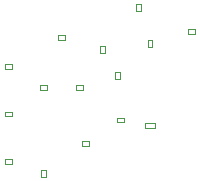
<source format=gbr>
G04 #@! TF.FileFunction,Glue,Top*
%FSLAX46Y46*%
G04 Gerber Fmt 4.6, Leading zero omitted, Abs format (unit mm)*
G04 Created by KiCad (PCBNEW 4.0.2-4+6225~38~ubuntu14.04.1-stable) date Fri 29 Apr 2016 12:46:25 PM PDT*
%MOMM*%
G01*
G04 APERTURE LIST*
%ADD10C,0.100000*%
%ADD11C,0.010000*%
G04 APERTURE END LIST*
D10*
D11*
X130700000Y-109700000D02*
X131300000Y-109700000D01*
X131300000Y-109700000D02*
X131300000Y-109300000D01*
X131300000Y-109300000D02*
X130700000Y-109300000D01*
X130700000Y-109300000D02*
X130700000Y-109700000D01*
X140450000Y-106550000D02*
X140450000Y-105950000D01*
X140450000Y-105950000D02*
X140050000Y-105950000D01*
X140050000Y-105950000D02*
X140050000Y-106550000D01*
X140050000Y-106550000D02*
X140450000Y-106550000D01*
X146800000Y-102300000D02*
X146200000Y-102300000D01*
X146200000Y-102300000D02*
X146200000Y-102700000D01*
X146200000Y-102700000D02*
X146800000Y-102700000D01*
X146800000Y-102700000D02*
X146800000Y-102300000D01*
X142800000Y-103200000D02*
X142800000Y-103800000D01*
X142800000Y-103800000D02*
X143200000Y-103800000D01*
X143200000Y-103800000D02*
X143200000Y-103200000D01*
X143200000Y-103200000D02*
X142800000Y-103200000D01*
X142600000Y-110700000D02*
X143400000Y-110700000D01*
X143400000Y-110700000D02*
X143400000Y-110300000D01*
X143400000Y-110300000D02*
X142600000Y-110300000D01*
X142600000Y-110300000D02*
X142600000Y-110700000D01*
X142200000Y-100800000D02*
X142200000Y-100200000D01*
X142200000Y-100200000D02*
X141800000Y-100200000D01*
X141800000Y-100200000D02*
X141800000Y-100800000D01*
X141800000Y-100800000D02*
X142200000Y-100800000D01*
X135800000Y-102800000D02*
X135200000Y-102800000D01*
X135200000Y-102800000D02*
X135200000Y-103200000D01*
X135200000Y-103200000D02*
X135800000Y-103200000D01*
X135800000Y-103200000D02*
X135800000Y-102800000D01*
X138800000Y-103700000D02*
X138800000Y-104300000D01*
X138800000Y-104300000D02*
X139200000Y-104300000D01*
X139200000Y-104300000D02*
X139200000Y-103700000D01*
X139200000Y-103700000D02*
X138800000Y-103700000D01*
X140800000Y-109800000D02*
X140200000Y-109800000D01*
X140200000Y-109800000D02*
X140200000Y-110200000D01*
X140200000Y-110200000D02*
X140800000Y-110200000D01*
X140800000Y-110200000D02*
X140800000Y-109800000D01*
X137200000Y-112200000D02*
X137800000Y-112200000D01*
X137800000Y-112200000D02*
X137800000Y-111800000D01*
X137800000Y-111800000D02*
X137200000Y-111800000D01*
X137200000Y-111800000D02*
X137200000Y-112200000D01*
X136700000Y-107450000D02*
X137300000Y-107450000D01*
X137300000Y-107450000D02*
X137300000Y-107050000D01*
X137300000Y-107050000D02*
X136700000Y-107050000D01*
X136700000Y-107050000D02*
X136700000Y-107450000D01*
X134200000Y-114800000D02*
X134200000Y-114200000D01*
X134200000Y-114200000D02*
X133800000Y-114200000D01*
X133800000Y-114200000D02*
X133800000Y-114800000D01*
X133800000Y-114800000D02*
X134200000Y-114800000D01*
X133700000Y-107450000D02*
X134300000Y-107450000D01*
X134300000Y-107450000D02*
X134300000Y-107050000D01*
X134300000Y-107050000D02*
X133700000Y-107050000D01*
X133700000Y-107050000D02*
X133700000Y-107450000D01*
X130700000Y-113700000D02*
X131300000Y-113700000D01*
X131300000Y-113700000D02*
X131300000Y-113300000D01*
X131300000Y-113300000D02*
X130700000Y-113300000D01*
X130700000Y-113300000D02*
X130700000Y-113700000D01*
X131300000Y-105300000D02*
X130700000Y-105300000D01*
X130700000Y-105300000D02*
X130700000Y-105700000D01*
X130700000Y-105700000D02*
X131300000Y-105700000D01*
X131300000Y-105700000D02*
X131300000Y-105300000D01*
M02*

</source>
